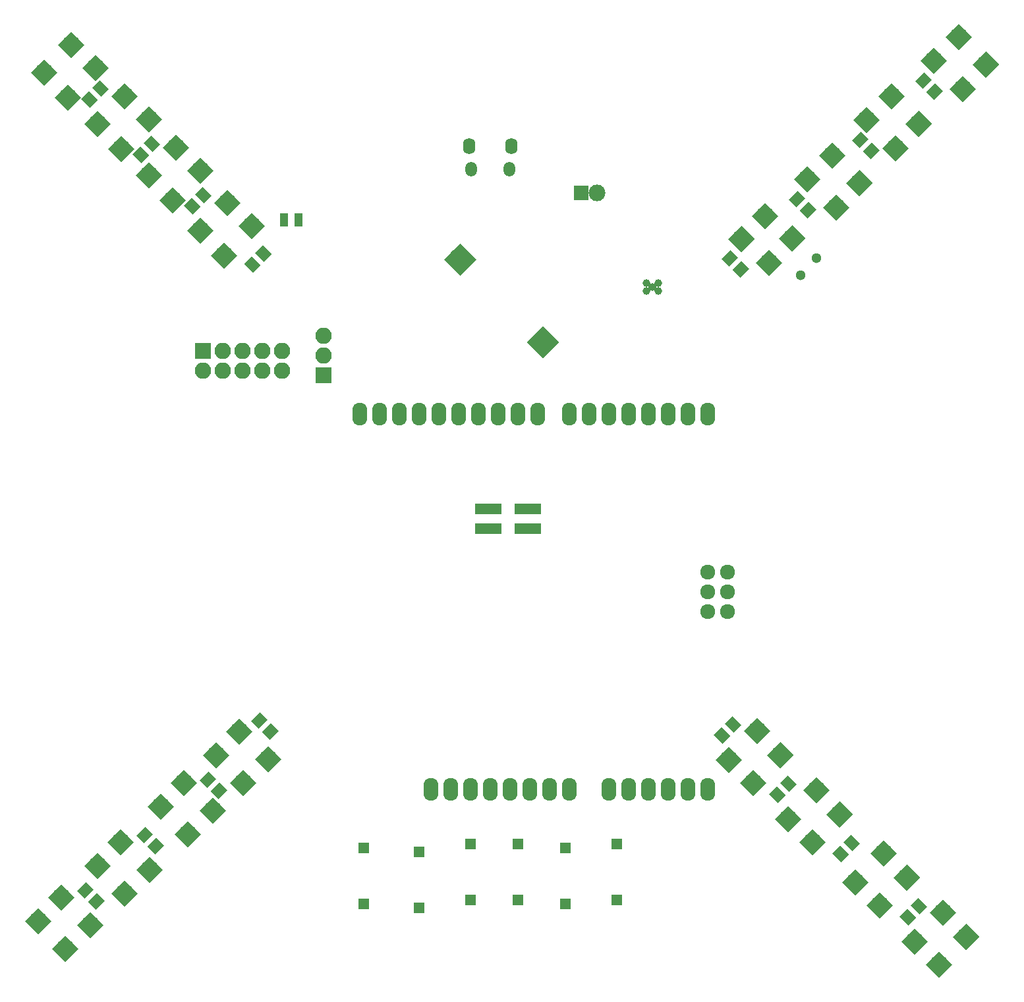
<source format=gbr>
G04 #@! TF.GenerationSoftware,KiCad,Pcbnew,(5.0.0-rc2-dev-26-g0d794b2)*
G04 #@! TF.CreationDate,2018-07-01T20:50:18-07:00*
G04 #@! TF.ProjectId,Skull_badge,536B756C6C5F62616467652E6B696361,rev?*
G04 #@! TF.SameCoordinates,Original*
G04 #@! TF.FileFunction,Soldermask,Bot*
G04 #@! TF.FilePolarity,Negative*
%FSLAX46Y46*%
G04 Gerber Fmt 4.6, Leading zero omitted, Abs format (unit mm)*
G04 Created by KiCad (PCBNEW (5.0.0-rc2-dev-26-g0d794b2)) date Sunday, July 01, 2018 at 08:50:18 PM*
%MOMM*%
%LPD*%
G01*
G04 APERTURE LIST*
%ADD10R,3.400000X1.400000*%
%ADD11O,1.924000X2.940000*%
%ADD12C,1.924000*%
%ADD13R,1.900000X1.900000*%
%ADD14O,2.150000X2.150000*%
%ADD15C,2.400000*%
%ADD16C,0.100000*%
%ADD17R,1.400760X1.400760*%
%ADD18O,1.500000X1.900000*%
%ADD19O,1.600000X2.100000*%
%ADD20C,1.400000*%
%ADD21R,2.100000X2.100000*%
%ADD22O,2.100000X2.100000*%
%ADD23R,1.100000X1.700000*%
%ADD24C,2.924000*%
%ADD25C,1.000000*%
%ADD26C,1.300000*%
G04 APERTURE END LIST*
D10*
X129149113Y-123402157D03*
X124109113Y-123402157D03*
X129149113Y-120862157D03*
X124109113Y-120862157D03*
D11*
X152302000Y-156946000D03*
X149762000Y-156946000D03*
X147222000Y-156946000D03*
X139602000Y-156946000D03*
X142142000Y-156946000D03*
X144682000Y-156946000D03*
X134522000Y-156946000D03*
X131982000Y-156946000D03*
X129442000Y-156946000D03*
X124362000Y-156946000D03*
X121822000Y-156946000D03*
X152302000Y-108686000D03*
X149762000Y-108686000D03*
X147222000Y-108686000D03*
X144682000Y-108686000D03*
X142142000Y-108686000D03*
X139602000Y-108686000D03*
X137062000Y-108686000D03*
X134522000Y-108686000D03*
X130458000Y-108686000D03*
X127918000Y-108686000D03*
X125378000Y-108686000D03*
X122838000Y-108686000D03*
X120298000Y-108686000D03*
X117758000Y-108686000D03*
X115218000Y-108686000D03*
X112678000Y-108686000D03*
X126902000Y-156946000D03*
X110138000Y-108686000D03*
X107598000Y-108686000D03*
X119282000Y-156946000D03*
X116742000Y-156946000D03*
D12*
X152302000Y-129006000D03*
X154842000Y-129006000D03*
X152302000Y-131546000D03*
X154842000Y-131546000D03*
X152302000Y-134086000D03*
X154842000Y-134086000D03*
D13*
X136046000Y-80238000D03*
D14*
X138046000Y-80238000D03*
D15*
X163174691Y-86108843D03*
D16*
G36*
X161477635Y-86108843D02*
X163174691Y-84411787D01*
X164871747Y-86108843D01*
X163174691Y-87805899D01*
X161477635Y-86108843D01*
X161477635Y-86108843D01*
G37*
D15*
X160204843Y-89220113D03*
D16*
G36*
X158507787Y-89220113D02*
X160204843Y-87523057D01*
X161901899Y-89220113D01*
X160204843Y-90917169D01*
X158507787Y-89220113D01*
X158507787Y-89220113D01*
G37*
D15*
X159654113Y-83207157D03*
D16*
G36*
X157957057Y-83207157D02*
X159654113Y-81510101D01*
X161351169Y-83207157D01*
X159654113Y-84904213D01*
X157957057Y-83207157D01*
X157957057Y-83207157D01*
G37*
D15*
X156654112Y-86207157D03*
D16*
G36*
X154957056Y-86207157D02*
X156654112Y-84510101D01*
X158351168Y-86207157D01*
X156654112Y-87904213D01*
X154957056Y-86207157D01*
X154957056Y-86207157D01*
G37*
D15*
X70542843Y-61237309D03*
D16*
G36*
X70542843Y-62934365D02*
X68845787Y-61237309D01*
X70542843Y-59540253D01*
X72239899Y-61237309D01*
X70542843Y-62934365D01*
X70542843Y-62934365D01*
G37*
D15*
X73654113Y-64207157D03*
D16*
G36*
X73654113Y-65904213D02*
X71957057Y-64207157D01*
X73654113Y-62510101D01*
X75351169Y-64207157D01*
X73654113Y-65904213D01*
X73654113Y-65904213D01*
G37*
D15*
X67007309Y-64772843D03*
D16*
G36*
X67007309Y-66469899D02*
X65310253Y-64772843D01*
X67007309Y-63075787D01*
X68704365Y-64772843D01*
X67007309Y-66469899D01*
X67007309Y-66469899D01*
G37*
D15*
X70047868Y-67954823D03*
D16*
G36*
X70047868Y-69651879D02*
X68350812Y-67954823D01*
X70047868Y-66257767D01*
X71744924Y-67954823D01*
X70047868Y-69651879D01*
X70047868Y-69651879D01*
G37*
D17*
X140618000Y-171213180D03*
X140618000Y-164014820D03*
X134014000Y-171721180D03*
X134014000Y-164522820D03*
X127918000Y-171213180D03*
X127918000Y-164014820D03*
X121822000Y-171213180D03*
X121822000Y-164014820D03*
X115218000Y-172229180D03*
X115218000Y-165030820D03*
X108106000Y-171721180D03*
X108106000Y-164522820D03*
D18*
X126782000Y-77222500D03*
X121942000Y-77222500D03*
D19*
X127092000Y-74222500D03*
X121632000Y-74222500D03*
D20*
X93792893Y-89457107D03*
D16*
G36*
X93881281Y-90535445D02*
X92714555Y-89368719D01*
X93704505Y-88378769D01*
X94871231Y-89545495D01*
X93881281Y-90535445D01*
X93881281Y-90535445D01*
G37*
D20*
X95207107Y-88042893D03*
D16*
G36*
X95295495Y-89121231D02*
X94128769Y-87954505D01*
X95118719Y-86964555D01*
X96285445Y-88131281D01*
X95295495Y-89121231D01*
X95295495Y-89121231D01*
G37*
D20*
X86062893Y-81961107D03*
D16*
G36*
X86151281Y-83039445D02*
X84984555Y-81872719D01*
X85974505Y-80882769D01*
X87141231Y-82049495D01*
X86151281Y-83039445D01*
X86151281Y-83039445D01*
G37*
D20*
X87477107Y-80546893D03*
D16*
G36*
X87565495Y-81625231D02*
X86398769Y-80458505D01*
X87388719Y-79468555D01*
X88555445Y-80635281D01*
X87565495Y-81625231D01*
X87565495Y-81625231D01*
G37*
D20*
X79458893Y-75357107D03*
D16*
G36*
X79547281Y-76435445D02*
X78380555Y-75268719D01*
X79370505Y-74278769D01*
X80537231Y-75445495D01*
X79547281Y-76435445D01*
X79547281Y-76435445D01*
G37*
D20*
X80873107Y-73942893D03*
D16*
G36*
X80961495Y-75021231D02*
X79794769Y-73854505D01*
X80784719Y-72864555D01*
X81951445Y-74031281D01*
X80961495Y-75021231D01*
X80961495Y-75021231D01*
G37*
D20*
X72854893Y-68245107D03*
D16*
G36*
X72943281Y-69323445D02*
X71776555Y-68156719D01*
X72766505Y-67166769D01*
X73933231Y-68333495D01*
X72943281Y-69323445D01*
X72943281Y-69323445D01*
G37*
D20*
X74269107Y-66830893D03*
D16*
G36*
X74357495Y-67909231D02*
X73190769Y-66742505D01*
X74180719Y-65752555D01*
X75347445Y-66919281D01*
X74357495Y-67909231D01*
X74357495Y-67909231D01*
G37*
D20*
X155150893Y-88674893D03*
D16*
G36*
X154072555Y-88763281D02*
X155239281Y-87596555D01*
X156229231Y-88586505D01*
X155062505Y-89753231D01*
X154072555Y-88763281D01*
X154072555Y-88763281D01*
G37*
D20*
X156565107Y-90089107D03*
D16*
G36*
X155486769Y-90177495D02*
X156653495Y-89010769D01*
X157643445Y-90000719D01*
X156476719Y-91167445D01*
X155486769Y-90177495D01*
X155486769Y-90177495D01*
G37*
D20*
X163786893Y-81054893D03*
D16*
G36*
X162708555Y-81143281D02*
X163875281Y-79976555D01*
X164865231Y-80966505D01*
X163698505Y-82133231D01*
X162708555Y-81143281D01*
X162708555Y-81143281D01*
G37*
D20*
X165201107Y-82469107D03*
D16*
G36*
X164122769Y-82557495D02*
X165289495Y-81390769D01*
X166279445Y-82380719D01*
X165112719Y-83547445D01*
X164122769Y-82557495D01*
X164122769Y-82557495D01*
G37*
D20*
X171914893Y-73434893D03*
D16*
G36*
X170836555Y-73523281D02*
X172003281Y-72356555D01*
X172993231Y-73346505D01*
X171826505Y-74513231D01*
X170836555Y-73523281D01*
X170836555Y-73523281D01*
G37*
D20*
X173329107Y-74849107D03*
D16*
G36*
X172250769Y-74937495D02*
X173417495Y-73770769D01*
X174407445Y-74760719D01*
X173240719Y-75927445D01*
X172250769Y-74937495D01*
X172250769Y-74937495D01*
G37*
D20*
X180042893Y-65814893D03*
D16*
G36*
X178964555Y-65903281D02*
X180131281Y-64736555D01*
X181121231Y-65726505D01*
X179954505Y-66893231D01*
X178964555Y-65903281D01*
X178964555Y-65903281D01*
G37*
D20*
X181457107Y-67229107D03*
D16*
G36*
X180378769Y-67317495D02*
X181545495Y-66150769D01*
X182535445Y-67140719D01*
X181368719Y-68307445D01*
X180378769Y-67317495D01*
X180378769Y-67317495D01*
G37*
D20*
X96113107Y-149525107D03*
D16*
G36*
X97191445Y-149436719D02*
X96024719Y-150603445D01*
X95034769Y-149613495D01*
X96201495Y-148446769D01*
X97191445Y-149436719D01*
X97191445Y-149436719D01*
G37*
D20*
X94698893Y-148110893D03*
D16*
G36*
X95777231Y-148022505D02*
X94610505Y-149189231D01*
X93620555Y-148199281D01*
X94787281Y-147032555D01*
X95777231Y-148022505D01*
X95777231Y-148022505D01*
G37*
D20*
X89509107Y-157145107D03*
D16*
G36*
X90587445Y-157056719D02*
X89420719Y-158223445D01*
X88430769Y-157233495D01*
X89597495Y-156066769D01*
X90587445Y-157056719D01*
X90587445Y-157056719D01*
G37*
D20*
X88094893Y-155730893D03*
D16*
G36*
X89173231Y-155642505D02*
X88006505Y-156809231D01*
X87016555Y-155819281D01*
X88183281Y-154652555D01*
X89173231Y-155642505D01*
X89173231Y-155642505D01*
G37*
D20*
X81381107Y-164257107D03*
D16*
G36*
X82459445Y-164168719D02*
X81292719Y-165335445D01*
X80302769Y-164345495D01*
X81469495Y-163178769D01*
X82459445Y-164168719D01*
X82459445Y-164168719D01*
G37*
D20*
X79966893Y-162842893D03*
D16*
G36*
X81045231Y-162754505D02*
X79878505Y-163921231D01*
X78888555Y-162931281D01*
X80055281Y-161764555D01*
X81045231Y-162754505D01*
X81045231Y-162754505D01*
G37*
D20*
X73761107Y-171369107D03*
D16*
G36*
X74839445Y-171280719D02*
X73672719Y-172447445D01*
X72682769Y-171457495D01*
X73849495Y-170290769D01*
X74839445Y-171280719D01*
X74839445Y-171280719D01*
G37*
D20*
X72346893Y-169954893D03*
D16*
G36*
X73425231Y-169866505D02*
X72258505Y-171033231D01*
X71268555Y-170043281D01*
X72435281Y-168876555D01*
X73425231Y-169866505D01*
X73425231Y-169866505D01*
G37*
D20*
X155549107Y-148618893D03*
D16*
G36*
X155460719Y-147540555D02*
X156627445Y-148707281D01*
X155637495Y-149697231D01*
X154470769Y-148530505D01*
X155460719Y-147540555D01*
X155460719Y-147540555D01*
G37*
D20*
X154134893Y-150033107D03*
D16*
G36*
X154046505Y-148954769D02*
X155213231Y-150121495D01*
X154223281Y-151111445D01*
X153056555Y-149944719D01*
X154046505Y-148954769D01*
X154046505Y-148954769D01*
G37*
D20*
X162661107Y-156238893D03*
D16*
G36*
X162572719Y-155160555D02*
X163739445Y-156327281D01*
X162749495Y-157317231D01*
X161582769Y-156150505D01*
X162572719Y-155160555D01*
X162572719Y-155160555D01*
G37*
D20*
X161246893Y-157653107D03*
D16*
G36*
X161158505Y-156574769D02*
X162325231Y-157741495D01*
X161335281Y-158731445D01*
X160168555Y-157564719D01*
X161158505Y-156574769D01*
X161158505Y-156574769D01*
G37*
D20*
X170789107Y-163858893D03*
D16*
G36*
X170700719Y-162780555D02*
X171867445Y-163947281D01*
X170877495Y-164937231D01*
X169710769Y-163770505D01*
X170700719Y-162780555D01*
X170700719Y-162780555D01*
G37*
D20*
X169374893Y-165273107D03*
D16*
G36*
X169286505Y-164194769D02*
X170453231Y-165361495D01*
X169463281Y-166351445D01*
X168296555Y-165184719D01*
X169286505Y-164194769D01*
X169286505Y-164194769D01*
G37*
D20*
X179425107Y-171986893D03*
D16*
G36*
X179336719Y-170908555D02*
X180503445Y-172075281D01*
X179513495Y-173065231D01*
X178346769Y-171898505D01*
X179336719Y-170908555D01*
X179336719Y-170908555D01*
G37*
D20*
X178010893Y-173401107D03*
D16*
G36*
X177922505Y-172322769D02*
X179089231Y-173489495D01*
X178099281Y-174479445D01*
X176932555Y-173312719D01*
X177922505Y-172322769D01*
X177922505Y-172322769D01*
G37*
D21*
X87405000Y-100558000D03*
D22*
X87405000Y-103098000D03*
X89945000Y-100558000D03*
X89945000Y-103098000D03*
X92485000Y-100558000D03*
X92485000Y-103098000D03*
X95025000Y-100558000D03*
X95025000Y-103098000D03*
X97565000Y-100558000D03*
X97565000Y-103098000D03*
D23*
X97850113Y-83765157D03*
X99750113Y-83765157D03*
D24*
X131106602Y-99456602D03*
D16*
G36*
X133174182Y-99456602D02*
X131106602Y-101524182D01*
X129039022Y-99456602D01*
X131106602Y-97389022D01*
X133174182Y-99456602D01*
X133174182Y-99456602D01*
G37*
D24*
X120500000Y-88850000D03*
D16*
G36*
X122567580Y-88850000D02*
X120500000Y-90917580D01*
X118432420Y-88850000D01*
X120500000Y-86782420D01*
X122567580Y-88850000D01*
X122567580Y-88850000D01*
G37*
D25*
X144464900Y-92873700D03*
X145964900Y-92873700D03*
X144464900Y-91873700D03*
X145964900Y-91873700D03*
X145214900Y-92373700D03*
D21*
X102920800Y-103759000D03*
D22*
X102920800Y-101219000D03*
X102920800Y-98679000D03*
D15*
X77400843Y-67841309D03*
D16*
G36*
X77400843Y-69538365D02*
X75703787Y-67841309D01*
X77400843Y-66144253D01*
X79097899Y-67841309D01*
X77400843Y-69538365D01*
X77400843Y-69538365D01*
G37*
D15*
X80512113Y-70811157D03*
D16*
G36*
X80512113Y-72508213D02*
X78815057Y-70811157D01*
X80512113Y-69114101D01*
X82209169Y-70811157D01*
X80512113Y-72508213D01*
X80512113Y-72508213D01*
G37*
D15*
X73865309Y-71376843D03*
D16*
G36*
X73865309Y-73073899D02*
X72168253Y-71376843D01*
X73865309Y-69679787D01*
X75562365Y-71376843D01*
X73865309Y-73073899D01*
X73865309Y-73073899D01*
G37*
D15*
X76905868Y-74558823D03*
D16*
G36*
X76905868Y-76255879D02*
X75208812Y-74558823D01*
X76905868Y-72861767D01*
X78602924Y-74558823D01*
X76905868Y-76255879D01*
X76905868Y-76255879D01*
G37*
D15*
X84004843Y-74445309D03*
D16*
G36*
X84004843Y-76142365D02*
X82307787Y-74445309D01*
X84004843Y-72748253D01*
X85701899Y-74445309D01*
X84004843Y-76142365D01*
X84004843Y-76142365D01*
G37*
D15*
X87116113Y-77415157D03*
D16*
G36*
X87116113Y-79112213D02*
X85419057Y-77415157D01*
X87116113Y-75718101D01*
X88813169Y-77415157D01*
X87116113Y-79112213D01*
X87116113Y-79112213D01*
G37*
D15*
X80469309Y-77980843D03*
D16*
G36*
X80469309Y-79677899D02*
X78772253Y-77980843D01*
X80469309Y-76283787D01*
X82166365Y-77980843D01*
X80469309Y-79677899D01*
X80469309Y-79677899D01*
G37*
D15*
X83509868Y-81162823D03*
D16*
G36*
X83509868Y-82859879D02*
X81812812Y-81162823D01*
X83509868Y-79465767D01*
X85206924Y-81162823D01*
X83509868Y-82859879D01*
X83509868Y-82859879D01*
G37*
D15*
X90608843Y-81557309D03*
D16*
G36*
X90608843Y-83254365D02*
X88911787Y-81557309D01*
X90608843Y-79860253D01*
X92305899Y-81557309D01*
X90608843Y-83254365D01*
X90608843Y-83254365D01*
G37*
D15*
X93720113Y-84527157D03*
D16*
G36*
X93720113Y-86224213D02*
X92023057Y-84527157D01*
X93720113Y-82830101D01*
X95417169Y-84527157D01*
X93720113Y-86224213D01*
X93720113Y-86224213D01*
G37*
D15*
X87073309Y-85092843D03*
D16*
G36*
X87073309Y-86789899D02*
X85376253Y-85092843D01*
X87073309Y-83395787D01*
X88770365Y-85092843D01*
X87073309Y-86789899D01*
X87073309Y-86789899D01*
G37*
D15*
X90113868Y-88274823D03*
D16*
G36*
X90113868Y-89971879D02*
X88416812Y-88274823D01*
X90113868Y-86577767D01*
X91810924Y-88274823D01*
X90113868Y-89971879D01*
X90113868Y-89971879D01*
G37*
D15*
X188066691Y-63756843D03*
D16*
G36*
X186369635Y-63756843D02*
X188066691Y-62059787D01*
X189763747Y-63756843D01*
X188066691Y-65453899D01*
X186369635Y-63756843D01*
X186369635Y-63756843D01*
G37*
D15*
X185096843Y-66868113D03*
D16*
G36*
X183399787Y-66868113D02*
X185096843Y-65171057D01*
X186793899Y-66868113D01*
X185096843Y-68565169D01*
X183399787Y-66868113D01*
X183399787Y-66868113D01*
G37*
D15*
X184531157Y-60221309D03*
D16*
G36*
X182834101Y-60221309D02*
X184531157Y-58524253D01*
X186228213Y-60221309D01*
X184531157Y-61918365D01*
X182834101Y-60221309D01*
X182834101Y-60221309D01*
G37*
D15*
X181349177Y-63261868D03*
D16*
G36*
X179652121Y-63261868D02*
X181349177Y-61564812D01*
X183046233Y-63261868D01*
X181349177Y-64958924D01*
X179652121Y-63261868D01*
X179652121Y-63261868D01*
G37*
D15*
X179430691Y-71376843D03*
D16*
G36*
X177733635Y-71376843D02*
X179430691Y-69679787D01*
X181127747Y-71376843D01*
X179430691Y-73073899D01*
X177733635Y-71376843D01*
X177733635Y-71376843D01*
G37*
D15*
X176460843Y-74488113D03*
D16*
G36*
X174763787Y-74488113D02*
X176460843Y-72791057D01*
X178157899Y-74488113D01*
X176460843Y-76185169D01*
X174763787Y-74488113D01*
X174763787Y-74488113D01*
G37*
D15*
X175895157Y-67841309D03*
D16*
G36*
X174198101Y-67841309D02*
X175895157Y-66144253D01*
X177592213Y-67841309D01*
X175895157Y-69538365D01*
X174198101Y-67841309D01*
X174198101Y-67841309D01*
G37*
D15*
X172713177Y-70881868D03*
D16*
G36*
X171016121Y-70881868D02*
X172713177Y-69184812D01*
X174410233Y-70881868D01*
X172713177Y-72578924D01*
X171016121Y-70881868D01*
X171016121Y-70881868D01*
G37*
D15*
X171810691Y-78996843D03*
D16*
G36*
X170113635Y-78996843D02*
X171810691Y-77299787D01*
X173507747Y-78996843D01*
X171810691Y-80693899D01*
X170113635Y-78996843D01*
X170113635Y-78996843D01*
G37*
D15*
X168840843Y-82108113D03*
D16*
G36*
X167143787Y-82108113D02*
X168840843Y-80411057D01*
X170537899Y-82108113D01*
X168840843Y-83805169D01*
X167143787Y-82108113D01*
X167143787Y-82108113D01*
G37*
D15*
X168275157Y-75461309D03*
D16*
G36*
X166578101Y-75461309D02*
X168275157Y-73764253D01*
X169972213Y-75461309D01*
X168275157Y-77158365D01*
X166578101Y-75461309D01*
X166578101Y-75461309D01*
G37*
D15*
X165093177Y-78501868D03*
D16*
G36*
X163396121Y-78501868D02*
X165093177Y-76804812D01*
X166790233Y-78501868D01*
X165093177Y-80198924D01*
X163396121Y-78501868D01*
X163396121Y-78501868D01*
G37*
D15*
X181991157Y-179502691D03*
D16*
G36*
X181991157Y-177805635D02*
X183688213Y-179502691D01*
X181991157Y-181199747D01*
X180294101Y-179502691D01*
X181991157Y-177805635D01*
X181991157Y-177805635D01*
G37*
D15*
X178879887Y-176532843D03*
D16*
G36*
X178879887Y-174835787D02*
X180576943Y-176532843D01*
X178879887Y-178229899D01*
X177182831Y-176532843D01*
X178879887Y-174835787D01*
X178879887Y-174835787D01*
G37*
D15*
X185526691Y-175967157D03*
D16*
G36*
X185526691Y-174270101D02*
X187223747Y-175967157D01*
X185526691Y-177664213D01*
X183829635Y-175967157D01*
X185526691Y-174270101D01*
X185526691Y-174270101D01*
G37*
D15*
X182486132Y-172785177D03*
D16*
G36*
X182486132Y-171088121D02*
X184183188Y-172785177D01*
X182486132Y-174482233D01*
X180789076Y-172785177D01*
X182486132Y-171088121D01*
X182486132Y-171088121D01*
G37*
D15*
X174371157Y-171882691D03*
D16*
G36*
X174371157Y-170185635D02*
X176068213Y-171882691D01*
X174371157Y-173579747D01*
X172674101Y-171882691D01*
X174371157Y-170185635D01*
X174371157Y-170185635D01*
G37*
D15*
X171259887Y-168912843D03*
D16*
G36*
X171259887Y-167215787D02*
X172956943Y-168912843D01*
X171259887Y-170609899D01*
X169562831Y-168912843D01*
X171259887Y-167215787D01*
X171259887Y-167215787D01*
G37*
D15*
X177906691Y-168347157D03*
D16*
G36*
X177906691Y-166650101D02*
X179603747Y-168347157D01*
X177906691Y-170044213D01*
X176209635Y-168347157D01*
X177906691Y-166650101D01*
X177906691Y-166650101D01*
G37*
D15*
X174866132Y-165165177D03*
D16*
G36*
X174866132Y-163468121D02*
X176563188Y-165165177D01*
X174866132Y-166862233D01*
X173169076Y-165165177D01*
X174866132Y-163468121D01*
X174866132Y-163468121D01*
G37*
D15*
X165735157Y-163754691D03*
D16*
G36*
X165735157Y-162057635D02*
X167432213Y-163754691D01*
X165735157Y-165451747D01*
X164038101Y-163754691D01*
X165735157Y-162057635D01*
X165735157Y-162057635D01*
G37*
D15*
X162623887Y-160784843D03*
D16*
G36*
X162623887Y-159087787D02*
X164320943Y-160784843D01*
X162623887Y-162481899D01*
X160926831Y-160784843D01*
X162623887Y-159087787D01*
X162623887Y-159087787D01*
G37*
D15*
X169270691Y-160219157D03*
D16*
G36*
X169270691Y-158522101D02*
X170967747Y-160219157D01*
X169270691Y-161916213D01*
X167573635Y-160219157D01*
X169270691Y-158522101D01*
X169270691Y-158522101D01*
G37*
D15*
X166230132Y-157037177D03*
D16*
G36*
X166230132Y-155340121D02*
X167927188Y-157037177D01*
X166230132Y-158734233D01*
X164533076Y-157037177D01*
X166230132Y-155340121D01*
X166230132Y-155340121D01*
G37*
D15*
X158115157Y-156134691D03*
D16*
G36*
X158115157Y-154437635D02*
X159812213Y-156134691D01*
X158115157Y-157831747D01*
X156418101Y-156134691D01*
X158115157Y-154437635D01*
X158115157Y-154437635D01*
G37*
D15*
X155003887Y-153164843D03*
D16*
G36*
X155003887Y-151467787D02*
X156700943Y-153164843D01*
X155003887Y-154861899D01*
X153306831Y-153164843D01*
X155003887Y-151467787D01*
X155003887Y-151467787D01*
G37*
D15*
X161650691Y-152599157D03*
D16*
G36*
X161650691Y-150902101D02*
X163347747Y-152599157D01*
X161650691Y-154296213D01*
X159953635Y-152599157D01*
X161650691Y-150902101D01*
X161650691Y-150902101D01*
G37*
D15*
X158610132Y-149417177D03*
D16*
G36*
X158610132Y-147720121D02*
X160307188Y-149417177D01*
X158610132Y-151114233D01*
X156913076Y-149417177D01*
X158610132Y-147720121D01*
X158610132Y-147720121D01*
G37*
D15*
X89105309Y-152599157D03*
D16*
G36*
X90802365Y-152599157D02*
X89105309Y-154296213D01*
X87408253Y-152599157D01*
X89105309Y-150902101D01*
X90802365Y-152599157D01*
X90802365Y-152599157D01*
G37*
D15*
X92075157Y-149487887D03*
D16*
G36*
X93772213Y-149487887D02*
X92075157Y-151184943D01*
X90378101Y-149487887D01*
X92075157Y-147790831D01*
X93772213Y-149487887D01*
X93772213Y-149487887D01*
G37*
D15*
X92640843Y-156134691D03*
D16*
G36*
X94337899Y-156134691D02*
X92640843Y-157831747D01*
X90943787Y-156134691D01*
X92640843Y-154437635D01*
X94337899Y-156134691D01*
X94337899Y-156134691D01*
G37*
D15*
X95822823Y-153094132D03*
D16*
G36*
X97519879Y-153094132D02*
X95822823Y-154791188D01*
X94125767Y-153094132D01*
X95822823Y-151397076D01*
X97519879Y-153094132D01*
X97519879Y-153094132D01*
G37*
D15*
X81993309Y-159203157D03*
D16*
G36*
X83690365Y-159203157D02*
X81993309Y-160900213D01*
X80296253Y-159203157D01*
X81993309Y-157506101D01*
X83690365Y-159203157D01*
X83690365Y-159203157D01*
G37*
D15*
X84963157Y-156091887D03*
D16*
G36*
X86660213Y-156091887D02*
X84963157Y-157788943D01*
X83266101Y-156091887D01*
X84963157Y-154394831D01*
X86660213Y-156091887D01*
X86660213Y-156091887D01*
G37*
D15*
X85528843Y-162738691D03*
D16*
G36*
X87225899Y-162738691D02*
X85528843Y-164435747D01*
X83831787Y-162738691D01*
X85528843Y-161041635D01*
X87225899Y-162738691D01*
X87225899Y-162738691D01*
G37*
D15*
X88710823Y-159698132D03*
D16*
G36*
X90407879Y-159698132D02*
X88710823Y-161395188D01*
X87013767Y-159698132D01*
X88710823Y-158001076D01*
X90407879Y-159698132D01*
X90407879Y-159698132D01*
G37*
D15*
X73865309Y-166823157D03*
D16*
G36*
X75562365Y-166823157D02*
X73865309Y-168520213D01*
X72168253Y-166823157D01*
X73865309Y-165126101D01*
X75562365Y-166823157D01*
X75562365Y-166823157D01*
G37*
D15*
X76835157Y-163711887D03*
D16*
G36*
X78532213Y-163711887D02*
X76835157Y-165408943D01*
X75138101Y-163711887D01*
X76835157Y-162014831D01*
X78532213Y-163711887D01*
X78532213Y-163711887D01*
G37*
D15*
X77400843Y-170358691D03*
D16*
G36*
X79097899Y-170358691D02*
X77400843Y-172055747D01*
X75703787Y-170358691D01*
X77400843Y-168661635D01*
X79097899Y-170358691D01*
X79097899Y-170358691D01*
G37*
D15*
X80582823Y-167318132D03*
D16*
G36*
X82279879Y-167318132D02*
X80582823Y-169015188D01*
X78885767Y-167318132D01*
X80582823Y-165621076D01*
X82279879Y-167318132D01*
X82279879Y-167318132D01*
G37*
D15*
X66245309Y-173935157D03*
D16*
G36*
X67942365Y-173935157D02*
X66245309Y-175632213D01*
X64548253Y-173935157D01*
X66245309Y-172238101D01*
X67942365Y-173935157D01*
X67942365Y-173935157D01*
G37*
D15*
X69215157Y-170823887D03*
D16*
G36*
X70912213Y-170823887D02*
X69215157Y-172520943D01*
X67518101Y-170823887D01*
X69215157Y-169126831D01*
X70912213Y-170823887D01*
X70912213Y-170823887D01*
G37*
D15*
X69780843Y-177470691D03*
D16*
G36*
X71477899Y-177470691D02*
X69780843Y-179167747D01*
X68083787Y-177470691D01*
X69780843Y-175773635D01*
X71477899Y-177470691D01*
X71477899Y-177470691D01*
G37*
D15*
X72962823Y-174430132D03*
D16*
G36*
X74659879Y-174430132D02*
X72962823Y-176127188D01*
X71265767Y-174430132D01*
X72962823Y-172733076D01*
X74659879Y-174430132D01*
X74659879Y-174430132D01*
G37*
D26*
X164223413Y-90853570D03*
X166261737Y-88652381D03*
M02*

</source>
